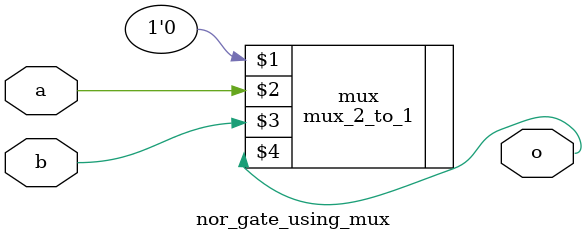
<source format=v>
module nor_gate_using_mux
(
    input  a,
    input  b,
    output o
);

    mux_2_to_1 mux (1'b0, a, b, o);

endmodule


</source>
